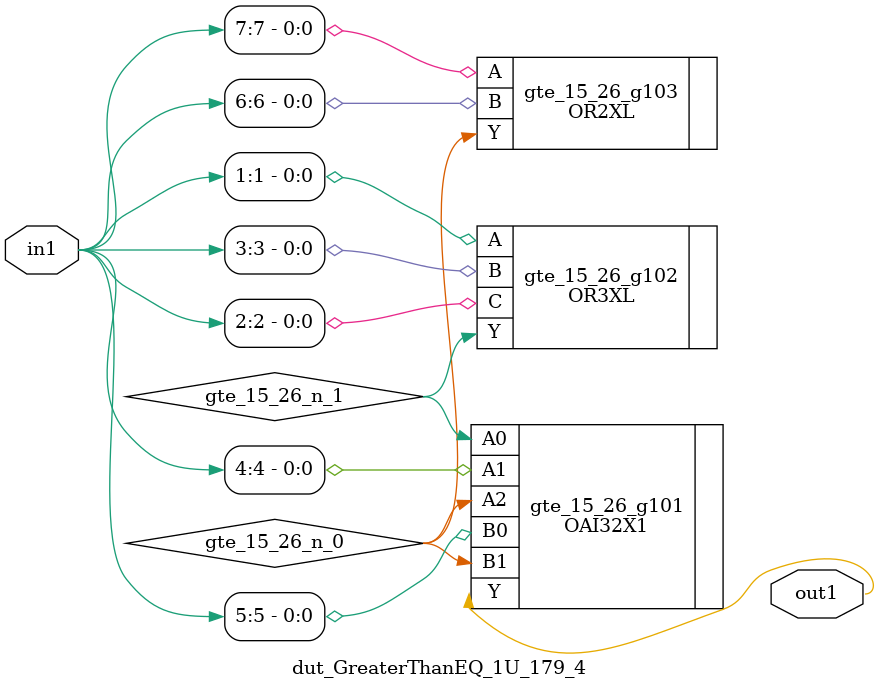
<source format=v>
`timescale 1ps / 1ps


module dut_GreaterThanEQ_1U_179_4(in1, out1);
  input [7:0] in1;
  output out1;
  wire [7:0] in1;
  wire out1;
  wire gte_15_26_n_0, gte_15_26_n_1;
  OAI32X1 gte_15_26_g101(.A0 (gte_15_26_n_1), .A1 (in1[4]), .A2
       (gte_15_26_n_0), .B0 (in1[5]), .B1 (gte_15_26_n_0), .Y (out1));
  OR3XL gte_15_26_g102(.A (in1[1]), .B (in1[3]), .C (in1[2]), .Y
       (gte_15_26_n_1));
  OR2XL gte_15_26_g103(.A (in1[7]), .B (in1[6]), .Y (gte_15_26_n_0));
endmodule



</source>
